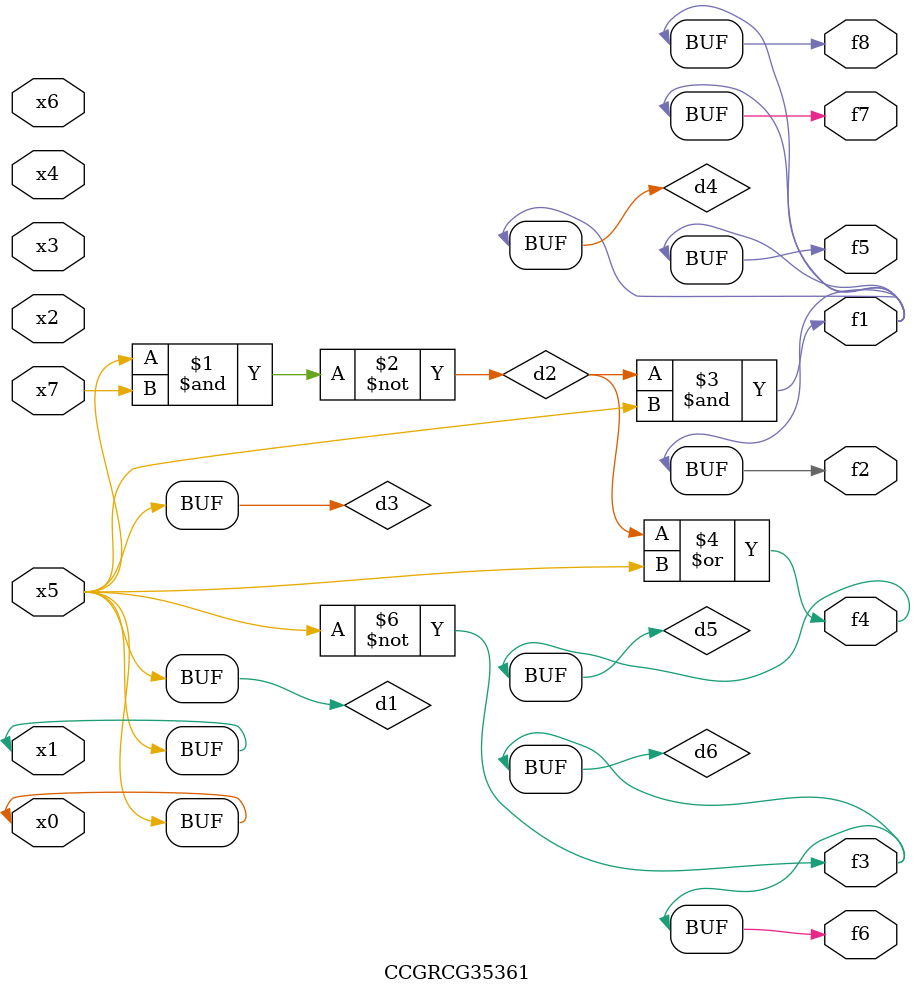
<source format=v>
module CCGRCG35361(
	input x0, x1, x2, x3, x4, x5, x6, x7,
	output f1, f2, f3, f4, f5, f6, f7, f8
);

	wire d1, d2, d3, d4, d5, d6;

	buf (d1, x0, x5);
	nand (d2, x5, x7);
	buf (d3, x0, x1);
	and (d4, d2, d3);
	or (d5, d2, d3);
	nor (d6, d1, d3);
	assign f1 = d4;
	assign f2 = d4;
	assign f3 = d6;
	assign f4 = d5;
	assign f5 = d4;
	assign f6 = d6;
	assign f7 = d4;
	assign f8 = d4;
endmodule

</source>
